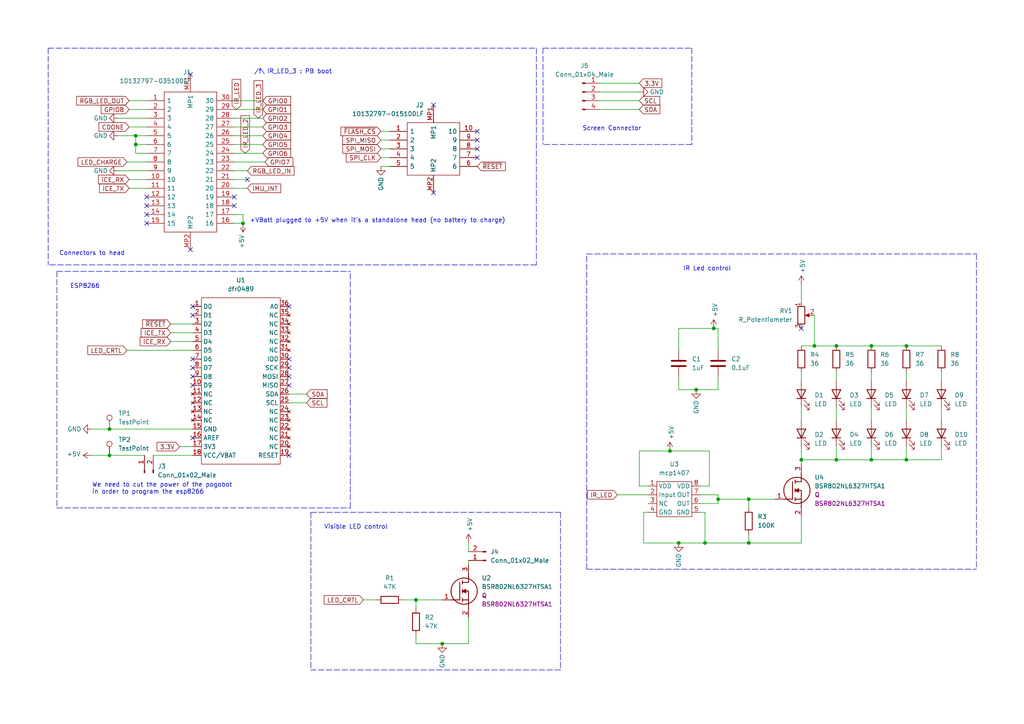
<source format=kicad_sch>
(kicad_sch (version 20211123) (generator eeschema)
  (paper "A4")
  (title_block (title "Pogobot object v0.1"))
  (lib_symbols
    (symbol "10132797-015100LF:10132797-015100LF" (pin_names (offset 0.762))
      (property "Reference" "J" (at 21.59 12.7 0))
      (property "Value" "10132797-015100LF" (at 21.59 10.16 0))
      (symbol "10132797-015100LF_0_0"
        (pin passive line (at 17.78 12.7 270) (length 5.08) (name "1") (number "1"))
        (pin passive line (at 17.78 -12.7 90) (length 5.08) (name "10") (number "10"))
        (pin passive line (at 15.24 12.7 270) (length 5.08) (name "2") (number "2"))
        (pin passive line (at 12.7 12.7 270) (length 5.08) (name "3") (number "3"))
        (pin passive line (at 10.16 12.7 270) (length 5.08) (name "4") (number "4"))
        (pin passive line (at 7.62 12.7 270) (length 5.08) (name "5") (number "5"))
        (pin passive line (at 7.62 -12.7 90) (length 5.08) (name "6") (number "6"))
        (pin passive line (at 10.16 -12.7 90) (length 5.08) (name "7") (number "7"))
        (pin passive line (at 12.7 -12.7 90) (length 5.08) (name "8") (number "8"))
        (pin passive line (at 15.24 -12.7 90) (length 5.08) (name "9") (number "9"))
        (pin passive line (at 25.4 0 180) (length 5.08) (name "MP1") (number "MP1"))
        (pin passive line (at 0 0 0) (length 5.08) (name "MP2") (number "MP2"))
      )
      (symbol "10132797-015100LF_0_1"
        (polyline (pts (xy 5.08 7.62) (xy 20.32 7.62) (xy 20.32 -7.62) (xy 5.08 -7.62) (xy 5.08 7.62)) (stroke (width 0.1524)))
      )
    )
    (symbol "10132797-035100LF:10132797-035100LF" (pin_names (offset 0.762))
      (property "Reference" "J" (at 46.99 12.7 0))
      (property "Value" "10132797-035100LF" (at 46.99 10.16 0))
      (symbol "10132797-035100LF_0_0"
        (pin passive line (at 7.62 -12.7 90) (length 5.08) (name "1") (number "1"))
        (pin passive line (at 30.48 -12.7 90) (length 5.08) (name "10") (number "10"))
        (pin passive line (at 33.02 -12.7 90) (length 5.08) (name "11") (number "11"))
        (pin passive line (at 35.56 -12.7 90) (length 5.08) (name "12") (number "12"))
        (pin passive line (at 38.1 -12.7 90) (length 5.08) (name "13") (number "13"))
        (pin passive line (at 40.64 -12.7 90) (length 5.08) (name "14") (number "14"))
        (pin passive line (at 43.18 -12.7 90) (length 5.08) (name "15") (number "15"))
        (pin passive line (at 43.18 12.7 270) (length 5.08) (name "16") (number "16"))
        (pin passive line (at 40.64 12.7 270) (length 5.08) (name "17") (number "17"))
        (pin passive line (at 38.1 12.7 270) (length 5.08) (name "18") (number "18"))
        (pin passive line (at 35.56 12.7 270) (length 5.08) (name "19") (number "19"))
        (pin passive line (at 10.16 -12.7 90) (length 5.08) (name "2") (number "2"))
        (pin passive line (at 33.02 12.7 270) (length 5.08) (name "20") (number "20"))
        (pin passive line (at 30.48 12.7 270) (length 5.08) (name "21") (number "21"))
        (pin passive line (at 27.94 12.7 270) (length 5.08) (name "22") (number "22"))
        (pin passive line (at 25.4 12.7 270) (length 5.08) (name "23") (number "23"))
        (pin passive line (at 22.86 12.7 270) (length 5.08) (name "24") (number "24"))
        (pin passive line (at 20.32 12.7 270) (length 5.08) (name "25") (number "25"))
        (pin passive line (at 17.78 12.7 270) (length 5.08) (name "26") (number "26"))
        (pin passive line (at 15.24 12.7 270) (length 5.08) (name "27") (number "27"))
        (pin passive line (at 12.7 12.7 270) (length 5.08) (name "28") (number "28"))
        (pin passive line (at 10.16 12.7 270) (length 5.08) (name "29") (number "29"))
        (pin passive line (at 12.7 -12.7 90) (length 5.08) (name "3") (number "3"))
        (pin passive line (at 7.62 12.7 270) (length 5.08) (name "30") (number "30"))
        (pin passive line (at 15.24 -12.7 90) (length 5.08) (name "4") (number "4"))
        (pin passive line (at 17.78 -12.7 90) (length 5.08) (name "5") (number "5"))
        (pin passive line (at 20.32 -12.7 90) (length 5.08) (name "6") (number "6"))
        (pin passive line (at 22.86 -12.7 90) (length 5.08) (name "7") (number "7"))
        (pin passive line (at 25.4 -12.7 90) (length 5.08) (name "8") (number "8"))
        (pin passive line (at 27.94 -12.7 90) (length 5.08) (name "9") (number "9"))
        (pin passive line (at 0 0 0) (length 5.08) (name "MP1") (number "MP1"))
        (pin passive line (at 50.8 0 180) (length 5.08) (name "MP2") (number "MP2"))
      )
      (symbol "10132797-035100LF_0_1"
        (polyline (pts (xy 5.08 7.62) (xy 45.72 7.62) (xy 45.72 -7.62) (xy 5.08 -7.62) (xy 5.08 7.62)) (stroke (width 0.1524)))
      )
    )
    (symbol "Connector:Conn_01x02_Male" (pin_names (offset 1.016) hide)
      (property "Reference" "J" (at 0 2.54 0))
      (property "Value" "Conn_01x02_Male" (at 0 -5.08 0))
      (symbol "Conn_01x02_Male_1_1"
        (polyline (pts (xy 1.27 -2.54) (xy 0.8636 -2.54)) (stroke (width 0.1524)))
        (polyline (pts (xy 1.27 0) (xy 0.8636 0)) (stroke (width 0.1524)))
        (rectangle (start 0.8636 -2.413) (end 0 -2.667) (stroke (width 0.1524)) (fill (type outline)))
        (rectangle (start 0.8636 0.127) (end 0 -0.127) (stroke (width 0.1524)) (fill (type outline)))
        (pin passive line (at 5.08 0 180) (length 3.81) (name "Pin_1") (number "1"))
        (pin passive line (at 5.08 -2.54 180) (length 3.81) (name "Pin_2") (number "2"))
      )
    )
    (symbol "Connector:Conn_01x04_Male" (pin_names (offset 1.016) hide)
      (property "Reference" "J" (at 0 5.08 0))
      (property "Value" "Conn_01x04_Male" (at 0 -7.62 0))
      (symbol "Conn_01x04_Male_1_1"
        (polyline (pts (xy 1.27 -5.08) (xy 0.8636 -5.08)) (stroke (width 0.1524)))
        (polyline (pts (xy 1.27 -2.54) (xy 0.8636 -2.54)) (stroke (width 0.1524)))
        (polyline (pts (xy 1.27 0) (xy 0.8636 0)) (stroke (width 0.1524)))
        (polyline (pts (xy 1.27 2.54) (xy 0.8636 2.54)) (stroke (width 0.1524)))
        (rectangle (start 0.8636 -4.953) (end 0 -5.207) (stroke (width 0.1524)) (fill (type outline)))
        (rectangle (start 0.8636 -2.413) (end 0 -2.667) (stroke (width 0.1524)) (fill (type outline)))
        (rectangle (start 0.8636 0.127) (end 0 -0.127) (stroke (width 0.1524)) (fill (type outline)))
        (rectangle (start 0.8636 2.667) (end 0 2.413) (stroke (width 0.1524)) (fill (type outline)))
        (pin passive line (at 5.08 2.54 180) (length 3.81) (name "Pin_1") (number "1"))
        (pin passive line (at 5.08 0 180) (length 3.81) (name "Pin_2") (number "2"))
        (pin passive line (at 5.08 -2.54 180) (length 3.81) (name "Pin_3") (number "3"))
        (pin passive line (at 5.08 -5.08 180) (length 3.81) (name "Pin_4") (number "4"))
      )
    )
    (symbol "Connector:TestPoint" (pin_numbers hide) (pin_names (offset 0.762) hide)
      (property "Reference" "TP" (at 0 6.858 0))
      (property "Value" "TestPoint" (at 0 5.08 0))
      (symbol "TestPoint_0_1"
        (circle (center 0 3.302) (radius 0.762))
      )
      (symbol "TestPoint_1_1"
        (pin passive line (at 0 0 90) (length 2.54) (name "1") (number "1"))
      )
    )
    (symbol "DFR:dfr0489"
      (property "Reference" "U" (at 0 0 0))
      (property "Value" "dfr0489" (at 0 2.54 0))
      (symbol "dfr0489_0_1"
        (rectangle (start -12.7 22.86) (end 10.16 -25.4))
      )
      (symbol "dfr0489_1_1"
        (pin bidirectional line (at -15.24 20.32 0) (length 2.54) (name "D0") (number "1"))
        (pin bidirectional line (at -15.24 -2.54 0) (length 2.54) (name "D9") (number "10"))
        (pin no_connect line (at -15.24 -5.08 0) (length 2.54) (name "NC") (number "11"))
        (pin no_connect line (at -15.24 -7.62 0) (length 2.54) (name "NC") (number "12"))
        (pin no_connect line (at -15.24 -10.16 0) (length 2.54) (name "NC") (number "13"))
        (pin no_connect line (at -15.24 -12.7 0) (length 2.54) (name "NC") (number "14"))
        (pin power_in line (at -15.24 -15.24 0) (length 2.54) (name "GND") (number "15"))
        (pin input line (at -15.24 -17.78 0) (length 2.54) (name "AREF") (number "16"))
        (pin power_out line (at -15.24 -20.32 0) (length 2.54) (name "3V3") (number "17"))
        (pin power_out line (at -15.24 -22.86 0) (length 2.54) (name "VCC/VBAT") (number "18"))
        (pin bidirectional line (at 12.7 -22.86 180) (length 2.54) (name "RESET") (number "19"))
        (pin bidirectional line (at -15.24 17.78 0) (length 2.54) (name "D1") (number "2"))
        (pin no_connect line (at 12.7 -20.32 180) (length 2.54) (name "NC") (number "20"))
        (pin no_connect line (at 12.7 -17.78 180) (length 2.54) (name "NC") (number "21"))
        (pin no_connect line (at 12.7 -15.24 180) (length 2.54) (name "NC") (number "22"))
        (pin no_connect line (at 12.7 -12.7 180) (length 2.54) (name "NC") (number "23"))
        (pin no_connect line (at 12.7 -10.16 180) (length 2.54) (name "NC") (number "24"))
        (pin bidirectional line (at 12.7 -7.62 180) (length 2.54) (name "SCL") (number "25"))
        (pin bidirectional line (at 12.7 -5.08 180) (length 2.54) (name "SDA") (number "26"))
        (pin bidirectional line (at 12.7 -2.54 180) (length 2.54) (name "MISO") (number "27"))
        (pin bidirectional line (at 12.7 0 180) (length 2.54) (name "MOSI") (number "28"))
        (pin bidirectional line (at 12.7 2.54 180) (length 2.54) (name "SCK") (number "29"))
        (pin bidirectional line (at -15.24 15.24 0) (length 2.54) (name "D2") (number "3"))
        (pin bidirectional line (at 12.7 5.08 180) (length 2.54) (name "IO0") (number "30"))
        (pin no_connect line (at 12.7 7.62 180) (length 2.54) (name "NC") (number "31"))
        (pin no_connect line (at 12.7 10.16 180) (length 2.54) (name "NC") (number "32"))
        (pin no_connect line (at 12.7 12.7 180) (length 2.54) (name "NC") (number "33"))
        (pin no_connect line (at 12.7 15.24 180) (length 2.54) (name "NC") (number "34"))
        (pin no_connect line (at 12.7 17.78 180) (length 2.54) (name "NC") (number "35"))
        (pin input line (at 12.7 20.32 180) (length 2.54) (name "A0") (number "36"))
        (pin bidirectional line (at -15.24 12.7 0) (length 2.54) (name "D3") (number "4"))
        (pin bidirectional line (at -15.24 10.16 0) (length 2.54) (name "D4") (number "5"))
        (pin bidirectional line (at -15.24 7.62 0) (length 2.54) (name "D5") (number "6"))
        (pin bidirectional line (at -15.24 5.08 0) (length 2.54) (name "D6") (number "7"))
        (pin bidirectional line (at -15.24 2.54 0) (length 2.54) (name "D7") (number "8"))
        (pin bidirectional line (at -15.24 0 0) (length 2.54) (name "D8") (number "9"))
      )
    )
    (symbol "Device:C" (pin_numbers hide) (pin_names (offset 0.254))
      (property "Reference" "C" (at 0.635 2.54 0))
      (property "Value" "C" (at 0.635 -2.54 0))
      (symbol "C_0_1"
        (polyline (pts (xy -2.032 -0.762) (xy 2.032 -0.762)) (stroke (width 0.508)))
        (polyline (pts (xy -2.032 0.762) (xy 2.032 0.762)) (stroke (width 0.508)))
      )
      (symbol "C_1_1"
        (pin passive line (at 0 3.81 270) (length 2.794) (name "~") (number "1"))
        (pin passive line (at 0 -3.81 90) (length 2.794) (name "~") (number "2"))
      )
    )
    (symbol "Device:LED" (pin_numbers hide) (pin_names (offset 1.016) hide)
      (property "Reference" "D" (at 0 2.54 0))
      (property "Value" "LED" (at 0 -2.54 0))
      (symbol "LED_0_1"
        (polyline (pts (xy -1.27 -1.27) (xy -1.27 1.27)) (stroke (width 0.254)))
        (polyline (pts (xy -1.27 0) (xy 1.27 0)))
        (polyline (pts (xy 1.27 -1.27) (xy 1.27 1.27) (xy -1.27 0) (xy 1.27 -1.27)) (stroke (width 0.254)))
        (polyline (pts (xy -3.048 -0.762) (xy -4.572 -2.286) (xy -3.81 -2.286) (xy -4.572 -2.286) (xy -4.572 -1.524)))
        (polyline (pts (xy -1.778 -0.762) (xy -3.302 -2.286) (xy -2.54 -2.286) (xy -3.302 -2.286) (xy -3.302 -1.524)))
      )
      (symbol "LED_1_1"
        (pin passive line (at -3.81 0 0) (length 2.54) (name "K") (number "1"))
        (pin passive line (at 3.81 0 180) (length 2.54) (name "A") (number "2"))
      )
    )
    (symbol "Device:R" (pin_numbers hide) (pin_names (offset 0))
      (property "Reference" "R" (at 2.032 0 90))
      (property "Value" "R" (at 0 0 90))
      (symbol "R_0_1"
        (rectangle (start -1.016 -2.54) (end 1.016 2.54) (stroke (width 0.254)))
      )
      (symbol "R_1_1"
        (pin passive line (at 0 3.81 270) (length 1.27) (name "~") (number "1"))
        (pin passive line (at 0 -3.81 90) (length 1.27) (name "~") (number "2"))
      )
    )
    (symbol "Device:R_Potentiometer" (pin_names (offset 1.016) hide)
      (property "Reference" "RV" (at -4.445 0 90))
      (property "Value" "R_Potentiometer" (at -2.54 0 90))
      (symbol "R_Potentiometer_0_1"
        (polyline (pts (xy 2.54 0) (xy 1.524 0)))
        (polyline (pts (xy 1.143 0) (xy 2.286 0.508) (xy 2.286 -0.508) (xy 1.143 0)) (fill (type outline)))
        (rectangle (start 1.016 2.54) (end -1.016 -2.54) (stroke (width 0.254)))
      )
      (symbol "R_Potentiometer_1_1"
        (pin passive line (at 0 3.81 270) (length 1.27) (name "1") (number "1"))
        (pin passive line (at 3.81 0 180) (length 1.27) (name "2") (number "2"))
        (pin passive line (at 0 -3.81 90) (length 1.27) (name "3") (number "3"))
      )
    )
    (symbol "bsr802:BSR802NL6327HTSA1" (pin_names hide)
      (property "Value" "BSR802NL6327HTSA1" (at 0 0 0))
      (property "Reference_1" "Q" (at 11.43 3.81 0))
      (property "Value_1" "BSR802NL6327HTSA1" (at 11.43 1.27 0))
      (symbol "BSR802NL6327HTSA1_1_1"
        (polyline (pts (xy 2.54 0) (xy 5.08 0)) (stroke (width 0.254)))
        (polyline (pts (xy 5.08 5.08) (xy 5.08 0)) (stroke (width 0.254)))
        (polyline (pts (xy 5.842 -0.508) (xy 5.842 0.508)) (stroke (width 0.254)))
        (polyline (pts (xy 5.842 0) (xy 7.62 0)) (stroke (width 0.254)))
        (polyline (pts (xy 5.842 2.032) (xy 5.842 3.048)) (stroke (width 0.254)))
        (polyline (pts (xy 5.842 5.588) (xy 5.842 4.572)) (stroke (width 0.254)))
        (polyline (pts (xy 7.62 2.54) (xy 5.842 2.54)) (stroke (width 0.254)))
        (polyline (pts (xy 7.62 2.54) (xy 7.62 -2.54)) (stroke (width 0.254)))
        (polyline (pts (xy 7.62 5.08) (xy 5.842 5.08)) (stroke (width 0.254)))
        (polyline (pts (xy 7.62 5.08) (xy 7.62 7.62)) (stroke (width 0.254)))
        (polyline (pts (xy 5.842 2.54) (xy 6.858 3.048) (xy 6.858 2.032) (xy 5.842 2.54)) (stroke (width 0.254)) (fill (type outline)))
        (circle (center 6.35 2.54) (radius 3.81) (stroke (width 0.254)))
        (pin passive line (at 0 0 0) (length 2.54) (name "G") (number "1"))
        (pin passive line (at 7.62 -5.08 90) (length 2.54) (name "S") (number "2"))
        (pin passive line (at 7.62 10.16 270) (length 2.54) (name "D") (number "3"))
      )
    )
    (symbol "mcp1406-07:mcp1407"
      (property "Reference" "U?" (at 0 5.08 0))
      (property "Value" "mcp1407" (at 0 2.54 0))
      (symbol "mcp1407_0_1"
        (rectangle (start -5.08 0) (end 5.08 -10.16))
      )
      (symbol "mcp1407_1_1"
        (pin input line (at -7.62 -1.27 0) (length 2.54) (name "VDD") (number "1"))
        (pin input line (at -7.62 -3.81 0) (length 2.54) (name "Input") (number "2"))
        (pin free line (at -7.62 -6.35 0) (length 2.54) (name "NC") (number "3"))
        (pin output line (at -7.62 -8.89 0) (length 2.54) (name "GND") (number "4"))
        (pin output line (at 7.62 -8.89 180) (length 2.54) (name "GND") (number "5"))
        (pin output line (at 7.62 -6.35 180) (length 2.54) (name "OUT") (number "6"))
        (pin output line (at 7.62 -3.81 180) (length 2.54) (name "OUT") (number "7"))
        (pin input line (at 7.62 -1.27 180) (length 2.54) (name "VDD") (number "8"))
      )
    )
    (symbol "power:+5V" (power) (pin_names (offset 0))
      (property "Value" "+5V" (at 0 3.556 0))
      (symbol "+5V_0_1"
        (polyline (pts (xy -0.762 1.27) (xy 0 2.54)))
        (polyline (pts (xy 0 0) (xy 0 2.54)))
        (polyline (pts (xy 0 2.54) (xy 0.762 1.27)))
      )
      (symbol "+5V_1_1"
        (pin power_in line (at 0 0 90) (length 0) hide (name "+5V") (number "1"))
      )
    )
    (symbol "power:GND" (power) (pin_names (offset 0))
      (property "Value" "GND" (at 0 -3.81 0))
      (symbol "GND_0_1"
        (polyline (pts (xy 0 0) (xy 0 -1.27) (xy 1.27 -1.27) (xy 0 -2.54) (xy -1.27 -1.27) (xy 0 -1.27)))
      )
      (symbol "GND_1_1"
        (pin power_in line (at 0 0 270) (length 0) hide (name "GND") (number "1"))
      )
    )
  )
  (junction (at 236.22 100.33))
  (junction (at 262.89 100.33))
  (junction (at 242.57 100.33))
  (junction (at 204.47 157.48))
  (junction (at 207.01 95.25))
  (junction (at 39.37 41.91))
  (junction (at 31.75 132.08))
  (junction (at 196.85 157.48))
  (junction (at 31.75 124.46))
  (junction (at 201.93 113.03))
  (junction (at 217.17 157.48))
  (junction (at 232.41 133.35))
  (junction (at 39.37 39.37))
  (junction (at 262.89 133.35))
  (junction (at 208.28 144.78))
  (junction (at 252.73 100.33))
  (junction (at 120.65 173.99))
  (junction (at 70.485 64.77))
  (junction (at 242.57 133.35))
  (junction (at 194.31 130.81))
  (junction (at 217.17 144.78))
  (junction (at 128.27 186.69))
  (junction (at 252.73 133.35))
  (no_connect (at 55.88 88.9))
  (no_connect (at 83.82 106.68))
  (no_connect (at 83.82 88.9))
  (no_connect (at 55.88 91.44))
  (no_connect (at 55.88 109.22))
  (no_connect (at 42.545 64.77))
  (no_connect (at 138.43 45.72))
  (no_connect (at 55.88 106.68))
  (no_connect (at 138.43 38.1))
  (no_connect (at 138.43 43.18))
  (no_connect (at 67.945 59.69))
  (no_connect (at 55.88 127))
  (no_connect (at 125.73 55.88))
  (no_connect (at 138.43 40.64))
  (no_connect (at 42.545 57.15))
  (no_connect (at 55.88 111.76))
  (no_connect (at 42.545 59.69))
  (no_connect (at 55.245 72.39))
  (no_connect (at 83.82 109.22))
  (no_connect (at 55.88 104.14))
  (no_connect (at 232.41 95.25))
  (no_connect (at 55.245 21.59))
  (no_connect (at 42.545 62.23))
  (no_connect (at 125.73 30.48))
  (no_connect (at 83.82 132.08))
  (no_connect (at 83.82 111.76))
  (no_connect (at 71.755 52.07))
  (no_connect (at 83.82 104.14))
  (no_connect (at 67.945 57.15))
  (wire (pts (xy 252.73 118.11) (xy 252.73 121.92)))
  (wire (pts (xy 187.96 148.59) (xy 186.69 148.59)))
  (wire (pts (xy 232.41 82.55) (xy 232.41 87.63)))
  (wire (pts (xy 120.65 184.15) (xy 120.65 186.69)))
  (wire (pts (xy 232.41 157.48) (xy 217.17 157.48)))
  (polyline (pts (xy 170.18 73.66) (xy 283.21 73.66)))
  (wire (pts (xy 232.41 129.54) (xy 232.41 133.35)))
  (wire (pts (xy 208.28 144.78) (xy 217.17 144.78)))
  (wire (pts (xy 76.2 31.75) (xy 67.945 31.75)))
  (wire (pts (xy 217.17 157.48) (xy 204.47 157.48)))
  (wire (pts (xy 135.89 157.48) (xy 135.89 160.02)))
  (wire (pts (xy 70.485 64.77) (xy 67.945 64.77)))
  (polyline (pts (xy 90.17 148.59) (xy 162.56 148.59)))
  (wire (pts (xy 208.28 101.6) (xy 208.28 95.25)))
  (wire (pts (xy 236.22 100.33) (xy 242.57 100.33)))
  (wire (pts (xy 83.82 114.3) (xy 88.9 114.3)))
  (polyline (pts (xy 155.575 13.97) (xy 155.575 76.835)))
  (wire (pts (xy 37.465 36.83) (xy 42.545 36.83)))
  (polyline (pts (xy 16.51 78.74) (xy 101.6 78.74)))
  (wire (pts (xy 185.42 130.81) (xy 194.31 130.81)))
  (wire (pts (xy 173.99 29.21) (xy 185.42 29.21)))
  (wire (pts (xy 252.73 133.35) (xy 262.89 133.35)))
  (wire (pts (xy 42.545 41.91) (xy 39.37 41.91)))
  (wire (pts (xy 76.2 39.37) (xy 67.945 39.37)))
  (polyline (pts (xy 200.66 13.97) (xy 200.66 41.91)))
  (wire (pts (xy 39.37 41.91) (xy 39.37 39.37)))
  (wire (pts (xy 252.73 129.54) (xy 252.73 133.35)))
  (wire (pts (xy 76.835 46.99) (xy 67.945 46.99)))
  (wire (pts (xy 76.2 36.83) (xy 67.945 36.83)))
  (wire (pts (xy 71.755 49.53) (xy 67.945 49.53)))
  (wire (pts (xy 110.49 43.18) (xy 113.03 43.18)))
  (wire (pts (xy 232.41 118.11) (xy 232.41 121.92)))
  (wire (pts (xy 252.73 100.33) (xy 262.89 100.33)))
  (wire (pts (xy 34.29 39.37) (xy 39.37 39.37)))
  (wire (pts (xy 37.465 52.07) (xy 42.545 52.07)))
  (wire (pts (xy 34.29 34.29) (xy 42.545 34.29)))
  (wire (pts (xy 262.89 129.54) (xy 262.89 133.35)))
  (wire (pts (xy 105.41 173.99) (xy 109.22 173.99)))
  (wire (pts (xy 173.99 24.13) (xy 185.42 24.13)))
  (wire (pts (xy 242.57 107.95) (xy 242.57 110.49)))
  (polyline (pts (xy 170.18 165.1) (xy 283.21 165.1)))
  (wire (pts (xy 70.485 62.23) (xy 67.945 62.23)))
  (wire (pts (xy 273.05 133.35) (xy 262.89 133.35)))
  (wire (pts (xy 110.49 38.1) (xy 113.03 38.1)))
  (wire (pts (xy 208.28 95.25) (xy 207.01 95.25)))
  (wire (pts (xy 116.84 173.99) (xy 120.65 173.99)))
  (wire (pts (xy 26.67 132.08) (xy 31.75 132.08)))
  (wire (pts (xy 242.57 133.35) (xy 252.73 133.35)))
  (wire (pts (xy 205.74 140.97) (xy 205.74 130.81)))
  (polyline (pts (xy 155.575 76.835) (xy 13.97 76.835)))
  (wire (pts (xy 110.49 48.26) (xy 113.03 48.26)))
  (wire (pts (xy 232.41 149.86) (xy 232.41 157.48)))
  (wire (pts (xy 31.75 124.46) (xy 55.88 124.46)))
  (wire (pts (xy 135.89 186.69) (xy 128.27 186.69)))
  (wire (pts (xy 208.28 109.22) (xy 208.28 113.03)))
  (wire (pts (xy 208.28 143.51) (xy 208.28 144.78)))
  (wire (pts (xy 204.47 157.48) (xy 196.85 157.48)))
  (wire (pts (xy 204.47 148.59) (xy 204.47 157.48)))
  (wire (pts (xy 236.22 91.44) (xy 236.22 100.33)))
  (wire (pts (xy 196.85 113.03) (xy 201.93 113.03)))
  (wire (pts (xy 173.99 31.75) (xy 185.42 31.75)))
  (wire (pts (xy 194.31 130.81) (xy 205.74 130.81)))
  (wire (pts (xy 196.85 109.22) (xy 196.85 113.03)))
  (wire (pts (xy 110.49 40.64) (xy 113.03 40.64)))
  (wire (pts (xy 71.755 52.07) (xy 67.945 52.07)))
  (wire (pts (xy 186.69 157.48) (xy 196.85 157.48)))
  (wire (pts (xy 242.57 129.54) (xy 242.57 133.35)))
  (wire (pts (xy 76.2 29.21) (xy 67.945 29.21)))
  (polyline (pts (xy 101.6 147.32) (xy 101.6 78.74)))
  (wire (pts (xy 217.17 144.78) (xy 217.17 147.32)))
  (wire (pts (xy 37.465 29.21) (xy 42.545 29.21)))
  (wire (pts (xy 262.89 118.11) (xy 262.89 121.92)))
  (wire (pts (xy 242.57 100.33) (xy 252.73 100.33)))
  (wire (pts (xy 203.2 148.59) (xy 204.47 148.59)))
  (wire (pts (xy 232.41 133.35) (xy 232.41 134.62)))
  (wire (pts (xy 71.755 54.61) (xy 67.945 54.61)))
  (wire (pts (xy 208.28 113.03) (xy 201.93 113.03)))
  (wire (pts (xy 217.17 154.94) (xy 217.17 157.48)))
  (wire (pts (xy 203.2 146.05) (xy 208.28 146.05)))
  (wire (pts (xy 37.465 31.75) (xy 42.545 31.75)))
  (wire (pts (xy 70.485 62.23) (xy 70.485 64.77)))
  (wire (pts (xy 135.89 179.07) (xy 135.89 186.69)))
  (wire (pts (xy 120.65 173.99) (xy 120.65 176.53)))
  (wire (pts (xy 49.53 93.98) (xy 55.88 93.98)))
  (polyline (pts (xy 16.51 147.32) (xy 101.6 147.32)))
  (wire (pts (xy 262.89 107.95) (xy 262.89 110.49)))
  (wire (pts (xy 232.41 100.33) (xy 236.22 100.33)))
  (wire (pts (xy 110.49 45.72) (xy 113.03 45.72)))
  (wire (pts (xy 252.73 107.95) (xy 252.73 110.49)))
  (wire (pts (xy 31.75 132.08) (xy 41.91 132.08)))
  (wire (pts (xy 273.05 129.54) (xy 273.05 133.35)))
  (wire (pts (xy 196.85 95.25) (xy 207.01 95.25)))
  (wire (pts (xy 186.69 148.59) (xy 186.69 157.48)))
  (polyline (pts (xy 162.56 194.31) (xy 90.17 194.31)))
  (wire (pts (xy 273.05 118.11) (xy 273.05 121.92)))
  (wire (pts (xy 242.57 118.11) (xy 242.57 121.92)))
  (polyline (pts (xy 283.21 73.66) (xy 283.21 165.1)))
  (wire (pts (xy 83.82 116.84) (xy 88.9 116.84)))
  (wire (pts (xy 42.545 44.45) (xy 39.37 44.45)))
  (polyline (pts (xy 16.51 78.74) (xy 16.51 147.32)))
  (wire (pts (xy 49.53 96.52) (xy 55.88 96.52)))
  (polyline (pts (xy 162.56 148.59) (xy 162.56 194.31)))
  (wire (pts (xy 179.07 143.51) (xy 187.96 143.51)))
  (wire (pts (xy 208.28 146.05) (xy 208.28 144.78)))
  (wire (pts (xy 52.07 129.54) (xy 55.88 129.54)))
  (wire (pts (xy 26.67 124.46) (xy 31.75 124.46)))
  (polyline (pts (xy 13.97 13.97) (xy 155.575 13.97)))
  (wire (pts (xy 173.99 26.67) (xy 185.42 26.67)))
  (polyline (pts (xy 157.48 13.97) (xy 200.66 13.97)))
  (wire (pts (xy 39.37 44.45) (xy 39.37 41.91)))
  (wire (pts (xy 44.45 132.08) (xy 55.88 132.08)))
  (wire (pts (xy 196.85 95.25) (xy 196.85 101.6)))
  (polyline (pts (xy 157.48 13.97) (xy 157.48 41.91)))
  (wire (pts (xy 76.2 44.45) (xy 67.945 44.45)))
  (wire (pts (xy 120.65 173.99) (xy 128.27 173.99)))
  (wire (pts (xy 232.41 107.95) (xy 232.41 110.49)))
  (wire (pts (xy 217.17 144.78) (xy 224.79 144.78)))
  (polyline (pts (xy 170.18 165.1) (xy 170.18 73.66)))
  (wire (pts (xy 76.2 41.91) (xy 67.945 41.91)))
  (wire (pts (xy 49.53 99.06) (xy 55.88 99.06)))
  (wire (pts (xy 232.41 133.35) (xy 242.57 133.35)))
  (wire (pts (xy 39.37 39.37) (xy 42.545 39.37)))
  (wire (pts (xy 135.89 162.56) (xy 135.89 163.83)))
  (polyline (pts (xy 90.17 148.59) (xy 90.17 194.31)))
  (wire (pts (xy 36.83 101.6) (xy 55.88 101.6)))
  (wire (pts (xy 34.29 49.53) (xy 42.545 49.53)))
  (wire (pts (xy 203.2 140.97) (xy 205.74 140.97)))
  (wire (pts (xy 185.42 140.97) (xy 187.96 140.97)))
  (polyline (pts (xy 200.66 41.91) (xy 157.48 41.91)))
  (wire (pts (xy 185.42 140.97) (xy 185.42 130.81)))
  (polyline (pts (xy 13.97 13.97) (xy 13.97 76.835)))
  (wire (pts (xy 37.465 54.61) (xy 42.545 54.61)))
  (wire (pts (xy 262.89 100.33) (xy 273.05 100.33)))
  (wire (pts (xy 128.27 186.69) (xy 120.65 186.69)))
  (wire (pts (xy 36.83 46.99) (xy 42.545 46.99)))
  (wire (pts (xy 76.2 34.29) (xy 67.945 34.29)))
  (wire (pts (xy 203.2 143.51) (xy 208.28 143.51)))
  (wire (pts (xy 273.05 107.95) (xy 273.05 110.49)))
  (text "Connectors to head" (at 17.145 74.295 0) (effects (font (size 1.27 1.27)) (justify left bottom)))
  (text "Screen Connector\n" (at 168.91 38.1 0) (effects (font (size 1.27 1.27)) (justify left bottom)))
  (text "IR Led control" (at 198.12 78.74 0) (effects (font (size 1.27 1.27)) (justify left bottom)))
  (text "/!\\ IR_LED_3 : PB boot  " (at 73.66 21.59 0) (effects (font (size 1.27 1.27)) (justify left bottom)))
  (text "We need to cut the power of the pogobot \nin order to program the esp8266" (at 26.67 143.51 0) (effects (font (size 1.27 1.27)) (justify left bottom)))
  (text "Visible LED control\n" (at 93.98 153.67 0) (effects (font (size 1.27 1.27)) (justify left bottom)))
  (text "ESP8266\n" (at 20.32 83.82 0) (effects (font (size 1.27 1.27)) (justify left bottom)))
  (text "+VBatt plugged to +5V when it's a standalone head (no battery to charge)" (at 72.39 64.77 0) (effects (font (size 1.27 1.27)) (justify left bottom)))
  (global_label "SDA" (shape input) (at 88.9 114.3 0) (property "Références Inter-Feuilles" "${INTERSHEET_REFS}" (effects hide)))
  (global_label "3.3V" (shape input) (at 52.07 129.54 180) (property "Références Inter-Feuilles" "${INTERSHEET_REFS}" (effects hide)))
  (global_label "SCL" (shape input) (at 88.9 116.84 0) (property "Références Inter-Feuilles" "${INTERSHEET_REFS}" (effects hide)))
  (global_label "~{RESET}" (shape input) (at 138.43 48.26 0) (property "Références Inter-Feuilles" "${INTERSHEET_REFS}" (effects hide)))
  (global_label "LED_CRTL" (shape input) (at 105.41 173.99 180) (property "Références Inter-Feuilles" "${INTERSHEET_REFS}" (effects hide)))
  (global_label "SDA" (shape input) (at 185.42 31.75 0) (property "Références Inter-Feuilles" "${INTERSHEET_REFS}" (effects hide)))
  (global_label "GPIO7" (shape input) (at 76.835 46.99 0) (property "Références Inter-Feuilles" "${INTERSHEET_REFS}" (effects hide)))
  (global_label "SCL" (shape input) (at 185.42 29.21 0) (property "Références Inter-Feuilles" "${INTERSHEET_REFS}" (effects hide)))
  (global_label "IMU_INT" (shape input) (at 71.755 54.61 0) (property "Références Inter-Feuilles" "${INTERSHEET_REFS}" (effects hide)))
  (global_label "iCE_TX" (shape input) (at 37.465 54.61 180) (property "Références Inter-Feuilles" "${INTERSHEET_REFS}" (effects hide)))
  (global_label "SPI_MISO" (shape input) (at 110.49 40.64 180) (property "Références Inter-Feuilles" "${INTERSHEET_REFS}" (effects hide)))
  (global_label "GPIO8" (shape input) (at 37.465 31.75 180) (property "Références Inter-Feuilles" "${INTERSHEET_REFS}" (effects hide)))
  (global_label "CDONE" (shape input) (at 37.465 36.83 180) (property "Références Inter-Feuilles" "${INTERSHEET_REFS}" (effects hide)))
  (global_label "GPIO3" (shape input) (at 76.2 36.83 0) (property "Références Inter-Feuilles" "${INTERSHEET_REFS}" (effects hide)))
  (global_label "3.3V" (shape input) (at 185.42 24.13 0) (property "Références Inter-Feuilles" "${INTERSHEET_REFS}" (effects hide)))
  (global_label "RGB_LED_IN" (shape input) (at 71.755 49.53 0) (property "Références Inter-Feuilles" "${INTERSHEET_REFS}" (effects hide)))
  (global_label "GPIO0" (shape input) (at 76.2 29.21 0) (property "Références Inter-Feuilles" "${INTERSHEET_REFS}" (effects hide)))
  (global_label "~{FLASH_CS}" (shape input) (at 110.49 38.1 180) (property "Références Inter-Feuilles" "${INTERSHEET_REFS}" (effects hide)))
  (global_label "iCE_RX" (shape input) (at 37.465 52.07 180) (property "Références Inter-Feuilles" "${INTERSHEET_REFS}" (effects hide)))
  (global_label "GPIO6" (shape input) (at 76.2 44.45 0) (property "Références Inter-Feuilles" "${INTERSHEET_REFS}" (effects hide)))
  (global_label "GPIO2" (shape input) (at 76.2 34.29 0) (property "Références Inter-Feuilles" "${INTERSHEET_REFS}" (effects hide)))
  (global_label "SPI_MOSI" (shape input) (at 110.49 43.18 180) (property "Références Inter-Feuilles" "${INTERSHEET_REFS}" (effects hide)))
  (global_label "iCE_TX" (shape input) (at 49.53 96.52 180) (property "Références Inter-Feuilles" "${INTERSHEET_REFS}" (effects hide)))
  (global_label "GPIO4" (shape input) (at 76.2 39.37 0) (property "Références Inter-Feuilles" "${INTERSHEET_REFS}" (effects hide)))
  (global_label "LED_CHARGE" (shape input) (at 36.83 46.99 180) (property "Références Inter-Feuilles" "${INTERSHEET_REFS}" (effects hide)))
  (global_label "iCE_RX" (shape input) (at 49.53 99.06 180) (property "Références Inter-Feuilles" "${INTERSHEET_REFS}" (effects hide)))
  (global_label "LED_CRTL" (shape input) (at 36.83 101.6 180) (property "Références Inter-Feuilles" "${INTERSHEET_REFS}" (effects hide)))
  (global_label "IR_LED_3" (shape input) (at 74.93 34.29 90) (property "Références Inter-Feuilles" "${INTERSHEET_REFS}" (effects hide)))
  (global_label "GPIO1" (shape input) (at 76.2 31.75 0) (property "Références Inter-Feuilles" "${INTERSHEET_REFS}" (effects hide)))
  (global_label "IR_LED" (shape input) (at 68.58 31.75 90) (property "Références Inter-Feuilles" "${INTERSHEET_REFS}" (effects hide)))
  (global_label "RGB_LED_OUT" (shape input) (at 37.465 29.21 180) (property "Références Inter-Feuilles" "${INTERSHEET_REFS}" (effects hide)))
  (global_label "~{RESET}" (shape input) (at 49.53 93.98 180) (property "Références Inter-Feuilles" "${INTERSHEET_REFS}" (effects hide)))
  (global_label "GPIO5" (shape input) (at 76.2 41.91 0) (property "Références Inter-Feuilles" "${INTERSHEET_REFS}" (effects hide)))
  (global_label "IR_LED_2" (shape input) (at 71.12 44.45 90) (property "Références Inter-Feuilles" "${INTERSHEET_REFS}" (effects hide)))
  (global_label "SPI_CLK" (shape input) (at 110.49 45.72 180) (property "Références Inter-Feuilles" "${INTERSHEET_REFS}" (effects hide)))
  (global_label "IR_LED" (shape input) (at 179.07 143.51 180) (property "Références Inter-Feuilles" "${INTERSHEET_REFS}" (effects hide)))
  (symbol (lib_id "Device:R") (at 262.89 104.14 0) (unit 1)
    (property "Reference" "R7" (at 265.43 102.8699 0) (effects (justify left)))
    (property "Value" "36" (at 265.43 105.4099 0) (effects (justify left)))
    (property "Footprint" "Resistor_SMD:R_0805_2012Metric_Pad1.20x1.40mm_HandSolder" (effects hide))
  )
  (symbol (lib_id "power:+5V") (at 70.485 64.77 180) (unit 1)
    (property "Reference" "#PWR04" (effects hide))
    (property "Value" "+5V" (at 70.104 68.0212 90) (effects (justify left)))
  )
  (symbol (lib_id "Connector:Conn_01x02_Male") (at 140.97 162.56 180) (unit 1)
    (property "Reference" "J4" (at 142.24 160.0199 0) (effects (justify right)))
    (property "Value" "Conn_01x02_Male" (at 142.24 162.5599 0) (effects (justify right)))
    (property "Footprint" "Connector_PinHeader_2.54mm:PinHeader_1x02_P2.54mm_Vertical" (effects hide))
  )
  (symbol (lib_id "power:GND") (at 110.49 48.26 0) (mirror y) (unit 1)
    (property "Reference" "#PWR05" (effects hide))
    (property "Value" "GND" (at 110.49 53.34 90))
  )
  (symbol (lib_id "Device:R") (at 113.03 173.99 90) (unit 1)
    (property "Reference" "R1" (at 113.03 167.64 90))
    (property "Value" "47K" (at 113.03 170.18 90))
    (property "Footprint" "Resistor_SMD:R_0805_2012Metric_Pad1.20x1.40mm_HandSolder" (effects hide))
  )
  (symbol (lib_id "Device:R") (at 273.05 104.14 0) (unit 1)
    (property "Reference" "R8" (at 275.59 102.8699 0) (effects (justify left)))
    (property "Value" "36" (at 275.59 105.4099 0) (effects (justify left)))
    (property "Footprint" "Resistor_SMD:R_0805_2012Metric_Pad1.20x1.40mm_HandSolder" (effects hide))
  )
  (symbol (lib_id "power:GND") (at 26.67 124.46 270) (mirror x) (unit 1)
    (property "Reference" "#PWR06" (effects hide))
    (property "Value" "GND" (at 21.59 124.46 90))
  )
  (symbol (lib_id "DFR:dfr0489") (at 71.12 109.22 0) (unit 1)
    (property "Reference" "U1" (at 69.85 81.28 0))
    (property "Value" "dfr0489" (at 69.85 83.82 0))
    (property "Footprint" "Footprints:dfr0489" (effects hide))
  )
  (symbol (lib_id "Device:LED") (at 262.89 125.73 90) (unit 1)
    (property "Reference" "D8" (at 266.7 126.0474 90) (effects (justify right)))
    (property "Value" "LED" (at 266.7 128.5874 90) (effects (justify right)))
    (property "Footprint" "Diode_THT:D_A-405_P2.54mm_Vertical_AnodeUp" (effects hide))
  )
  (symbol (lib_id "10132797-035100LF:10132797-035100LF") (at 55.245 21.59 270) (unit 1)
    (property "Reference" "J1" (at 55.4737 20.955 90) (effects (justify right)))
    (property "Value" "10132797-035100LF" (at 55.4737 23.495 90) (effects (justify right)))
    (property "Footprint" "Footprints:10132797035100LF" (effects hide))
    (property "Datasheet" "https://datasheet.datasheetarchive.com/originals/distributors/DKDS41/DSANUWW0035743.pdf" (effects hide))
    (property "Description" "Board to Board & Mezzanine Connectors 4.3mm Height,Dbl Rw 30P, Plug, Connector" (effects hide))
    (property "Height" "4.45" (effects hide))
    (property "Manufacturer_Name" "Amphenol" (effects hide))
    (property "Manufacturer_Part_Number" "10132797-035100LF" (effects hide))
    (property "Mouser Part Number" "649-10132797035100LF" (effects hide))
    (property "Mouser Price/Stock" "https://www.mouser.co.uk/ProductDetail/Amphenol-FCI/10132797-035100LF/?qs=I7Pni6MRMHEoUizypjatGQ%3D%3D" (effects hide))
    (property "Arrow Part Number" "10132797-035100LF" (effects hide))
    (property "Arrow Price/Stock" "https://www.arrow.com/en/products/10132797-035100lf/amphenol-fci?region=nac" (effects hide))
  )
  (symbol (lib_id "Device:LED") (at 242.57 125.73 90) (unit 1)
    (property "Reference" "D4" (at 246.38 126.0474 90) (effects (justify right)))
    (property "Value" "LED" (at 246.38 128.5874 90) (effects (justify right)))
    (property "Footprint" "Diode_THT:D_A-405_P2.54mm_Vertical_AnodeUp" (effects hide))
  )
  (symbol (lib_id "Device:LED") (at 242.57 114.3 90) (unit 1)
    (property "Reference" "D3" (at 246.38 114.6174 90) (effects (justify right)))
    (property "Value" "LED" (at 246.38 117.1574 90) (effects (justify right)))
    (property "Footprint" "Diode_THT:D_A-405_P2.54mm_Vertical_AnodeUp" (effects hide))
  )
  (symbol (lib_id "power:GND") (at 196.85 157.48 0) (mirror y) (unit 1)
    (property "Reference" "#PWR012" (effects hide))
    (property "Value" "GND" (at 196.85 162.56 90))
  )
  (symbol (lib_id "Connector:TestPoint") (at 31.75 124.46 0) (unit 1)
    (property "Reference" "TP1" (at 34.29 119.8879 0) (effects (justify left)))
    (property "Value" "TestPoint" (at 34.29 122.4279 0) (effects (justify left)))
    (property "Footprint" "TestPoint:TestPoint_Pad_3.0x3.0mm" (effects hide))
  )
  (symbol (lib_id "bsr802:BSR802NL6327HTSA1") (at 224.79 144.78 0) (unit 1)
    (property "Reference" "U4" (at 236.22 138.4299 0) (effects (justify left)))
    (property "Value" "BSR802NL6327HTSA1" (at 236.22 140.9699 0) (effects (justify left)))
    (property "Footprint" "Footprints:SOT95P285X135-3N" (effects hide))
    (property "Reference_1" "Q" (at 236.22 143.5099 0) (effects (justify left)))
    (property "Value_1" "BSR802NL6327HTSA1" (at 236.22 146.0499 0) (effects (justify left)))
    (property "Footprint_1" "SOT95P285X135-3N" (effects hide))
    (property "Datasheet_1" "https://www.infineon.com/dgdl/BSR802N_Rev2.1.pdf?folderId=db3a3043156fd573011622e10b5c1f67&fileId=db3a30431b0626df011b129302297bc1" (effects hide))
    (property "Height" "1.35" (effects hide))
    (property "Mouser Part Number" "726-BSR802NL6327HTSA" (effects hide))
    (property "Mouser Price/Stock" "https://www.mouser.co.uk/ProductDetail/Infineon-Technologies/BSR802NL6327HTSA1?qs=K00xGehIljs0LeKKuwlBqA%3D%3D" (effects hide))
    (property "Manufacturer_Name" "Infineon" (effects hide))
    (property "Manufacturer_Part_Number" "BSR802NL6327HTSA1" (effects hide))
  )
  (symbol (lib_id "Device:LED") (at 252.73 114.3 90) (unit 1)
    (property "Reference" "D5" (at 256.54 114.6174 90) (effects (justify right)))
    (property "Value" "LED" (at 256.54 117.1574 90) (effects (justify right)))
    (property "Footprint" "Diode_THT:D_A-405_P2.54mm_Vertical_AnodeUp" (effects hide))
  )
  (symbol (lib_id "power:+5V") (at 194.31 130.81 0) (unit 1)
    (property "Reference" "#PWR011" (effects hide))
    (property "Value" "+5V" (at 194.691 127.5588 90) (effects (justify left)))
  )
  (symbol (lib_id "power:+5V") (at 135.89 157.48 0) (unit 1)
    (property "Reference" "#PWR09" (effects hide))
    (property "Value" "+5V" (at 136.271 154.2288 90) (effects (justify left)))
  )
  (symbol (lib_id "power:GND") (at 34.29 39.37 270) (mirror x) (unit 1)
    (property "Reference" "#PWR02" (effects hide))
    (property "Value" "GND" (at 29.21 39.37 90))
  )
  (symbol (lib_id "Connector:Conn_01x02_Male") (at 41.91 137.16 90) (unit 1)
    (property "Reference" "J3" (at 45.72 135.2549 90) (effects (justify right)))
    (property "Value" "Conn_01x02_Male" (at 45.72 137.7949 90) (effects (justify right)))
    (property "Footprint" "Connector_PinHeader_2.54mm:PinHeader_1x02_P2.54mm_Vertical" (effects hide))
  )
  (symbol (lib_id "bsr802:BSR802NL6327HTSA1") (at 128.27 173.99 0) (unit 1)
    (property "Reference" "U2" (at 139.7 167.6399 0) (effects (justify left)))
    (property "Value" "BSR802NL6327HTSA1" (at 139.7 170.1799 0) (effects (justify left)))
    (property "Footprint" "Footprints:SOT95P285X135-3N" (effects hide))
    (property "Reference_1" "Q" (at 139.7 172.7199 0) (effects (justify left)))
    (property "Value_1" "BSR802NL6327HTSA1" (at 139.7 175.2599 0) (effects (justify left)))
    (property "Footprint_1" "SOT95P285X135-3N" (effects hide))
    (property "Datasheet_1" "https://www.infineon.com/dgdl/BSR802N_Rev2.1.pdf?folderId=db3a3043156fd573011622e10b5c1f67&fileId=db3a30431b0626df011b129302297bc1" (effects hide))
    (property "Height" "1.35" (effects hide))
    (property "Mouser Part Number" "726-BSR802NL6327HTSA" (effects hide))
    (property "Mouser Price/Stock" "https://www.mouser.co.uk/ProductDetail/Infineon-Technologies/BSR802NL6327HTSA1?qs=K00xGehIljs0LeKKuwlBqA%3D%3D" (effects hide))
    (property "Manufacturer_Name" "Infineon" (effects hide))
    (property "Manufacturer_Part_Number" "BSR802NL6327HTSA1" (effects hide))
  )
  (symbol (lib_id "Connector:Conn_01x04_Male") (at 168.91 26.67 0) (unit 1)
    (property "Reference" "J5" (at 169.545 19.05 0))
    (property "Value" "Conn_01x04_Male" (at 169.545 21.59 0))
    (property "Footprint" "Connector_PinHeader_2.54mm:PinHeader_1x04_P2.54mm_Vertical" (effects hide))
  )
  (symbol (lib_id "Device:R") (at 120.65 180.34 0) (unit 1)
    (property "Reference" "R2" (at 123.19 179.0699 0) (effects (justify left)))
    (property "Value" "47K" (at 123.19 181.6099 0) (effects (justify left)))
    (property "Footprint" "Resistor_SMD:R_0805_2012Metric_Pad1.20x1.40mm_HandSolder" (effects hide))
  )
  (symbol (lib_id "Device:R") (at 242.57 104.14 0) (unit 1)
    (property "Reference" "R5" (at 245.11 102.8699 0) (effects (justify left)))
    (property "Value" "36" (at 245.11 105.4099 0) (effects (justify left)))
    (property "Footprint" "Resistor_SMD:R_0805_2012Metric_Pad1.20x1.40mm_HandSolder" (effects hide))
  )
  (symbol (lib_id "10132797-015100LF:10132797-015100LF") (at 125.73 55.88 90) (unit 1)
    (property "Reference" "J2" (at 122.9613 30.48 90) (effects (justify left)))
    (property "Value" "10132797-015100LF" (at 122.9613 33.02 90) (effects (justify left)))
    (property "Footprint" "Footprints:10132797015100LF" (effects hide))
    (property "Datasheet" "https://cdn.amphenol-icc.com/media/wysiwyg/files/drawing/10132797.pdf" (effects hide))
    (property "Description" "Board to Board & Mezzanine Connectors 4.3mm Height,Dbl Rw 10P, Plug, Connector" (effects hide))
    (property "Height" "4.45" (effects hide))
    (property "Manufacturer_Name" "Amphenol" (effects hide))
    (property "Manufacturer_Part_Number" "10132797-015100LF" (effects hide))
    (property "Mouser Part Number" "649-10132797015100LF" (effects hide))
    (property "Mouser Price/Stock" "https://www.mouser.co.uk/ProductDetail/Amphenol-FCI/10132797-015100LF?qs=I7Pni6MRMHE1QhY8xfW1QA%3D%3D" (effects hide))
    (property "Arrow Part Number" "10132797-015100LF" (effects hide))
    (property "Arrow Price/Stock" "https://www.arrow.com/en/products/10132797-015100lf/amphenol-fci?region=nac" (effects hide))
  )
  (symbol (lib_id "Device:LED") (at 262.89 114.3 90) (unit 1)
    (property "Reference" "D7" (at 266.7 114.6174 90) (effects (justify right)))
    (property "Value" "LED" (at 266.7 117.1574 90) (effects (justify right)))
    (property "Footprint" "Diode_THT:D_A-405_P2.54mm_Vertical_AnodeUp" (effects hide))
  )
  (symbol (lib_id "Device:LED") (at 232.41 125.73 90) (unit 1)
    (property "Reference" "D2" (at 236.22 126.0474 90) (effects (justify right)))
    (property "Value" "LED" (at 236.22 128.5874 90) (effects (justify right)))
    (property "Footprint" "Diode_THT:D_A-405_P2.54mm_Vertical_AnodeUp" (effects hide))
  )
  (symbol (lib_id "Device:R") (at 217.17 151.13 0) (unit 1)
    (property "Reference" "R3" (at 219.71 149.8599 0) (effects (justify left)))
    (property "Value" "100K" (at 219.71 152.3999 0) (effects (justify left)))
    (property "Footprint" "Resistor_SMD:R_0805_2012Metric_Pad1.20x1.40mm_HandSolder" (effects hide))
  )
  (symbol (lib_id "Device:LED") (at 273.05 125.73 90) (unit 1)
    (property "Reference" "D10" (at 276.86 126.0474 90) (effects (justify right)))
    (property "Value" "LED" (at 276.86 128.5874 90) (effects (justify right)))
    (property "Footprint" "Diode_THT:D_A-405_P2.54mm_Vertical_AnodeUp" (effects hide))
  )
  (symbol (lib_id "Device:LED") (at 232.41 114.3 90) (unit 1)
    (property "Reference" "D1" (at 236.22 114.6174 90) (effects (justify right)))
    (property "Value" "LED" (at 236.22 117.1574 90) (effects (justify right)))
    (property "Footprint" "Diode_THT:D_A-405_P2.54mm_Vertical_AnodeUp" (effects hide))
  )
  (symbol (lib_id "power:GND") (at 34.29 34.29 270) (mirror x) (unit 1)
    (property "Reference" "#PWR01" (effects hide))
    (property "Value" "GND" (at 29.21 34.29 90))
  )
  (symbol (lib_id "Device:C") (at 208.28 105.41 0) (unit 1)
    (property "Reference" "C2" (at 212.09 104.1399 0) (effects (justify left)))
    (property "Value" "0.1uF" (at 212.09 106.6799 0) (effects (justify left)))
    (property "Footprint" "Capacitor_THT:CP_Radial_D8.0mm_P5.00mm" (effects hide))
  )
  (symbol (lib_id "Device:R") (at 232.41 104.14 0) (unit 1)
    (property "Reference" "R4" (at 234.95 102.8699 0) (effects (justify left)))
    (property "Value" "36" (at 234.95 105.4099 0) (effects (justify left)))
    (property "Footprint" "Resistor_SMD:R_0805_2012Metric_Pad1.20x1.40mm_HandSolder" (effects hide))
  )
  (symbol (lib_id "Device:R") (at 252.73 104.14 0) (unit 1)
    (property "Reference" "R6" (at 255.27 102.8699 0) (effects (justify left)))
    (property "Value" "36" (at 255.27 105.4099 0) (effects (justify left)))
    (property "Footprint" "Resistor_SMD:R_0805_2012Metric_Pad1.20x1.40mm_HandSolder" (effects hide))
  )
  (symbol (lib_id "power:+5V") (at 26.67 132.08 90) (unit 1)
    (property "Reference" "#PWR07" (effects hide))
    (property "Value" "+5V" (at 23.4188 131.699 90) (effects (justify left)))
  )
  (symbol (lib_id "Device:R_Potentiometer") (at 232.41 91.44 0) (unit 1)
    (property "Reference" "RV1" (at 229.87 90.1699 0) (effects (justify right)))
    (property "Value" "R_Potentiometer" (at 229.87 92.7099 0) (effects (justify right)))
    (property "Footprint" "Connector_PinHeader_2.54mm:PinHeader_1x03_P2.54mm_Vertical" (effects hide))
  )
  (symbol (lib_id "power:GND") (at 185.42 26.67 90) (mirror x) (unit 1)
    (property "Reference" "#PWR010" (effects hide))
    (property "Value" "GND" (at 190.5 26.67 90))
  )
  (symbol (lib_id "mcp1406-07:mcp1407") (at 195.58 139.7 0) (unit 1)
    (property "Reference" "U3" (at 195.58 134.62 0))
    (property "Value" "mcp1407" (at 195.58 137.16 0))
    (property "Footprint" "Package_SO:SOIC-8_3.9x4.9mm_P1.27mm" (effects hide))
  )
  (symbol (lib_id "power:GND") (at 128.27 186.69 0) (mirror y) (unit 1)
    (property "Reference" "#PWR08" (effects hide))
    (property "Value" "GND" (at 128.27 191.77 90))
  )
  (symbol (lib_id "Connector:TestPoint") (at 31.75 132.08 0) (unit 1)
    (property "Reference" "TP2" (at 34.29 127.5079 0) (effects (justify left)))
    (property "Value" "TestPoint" (at 34.29 130.0479 0) (effects (justify left)))
    (property "Footprint" "TestPoint:TestPoint_Pad_3.0x3.0mm" (effects hide))
  )
  (symbol (lib_id "power:GND") (at 201.93 113.03 0) (mirror y) (unit 1)
    (property "Reference" "#PWR013" (effects hide))
    (property "Value" "GND" (at 201.93 118.11 90))
  )
  (symbol (lib_id "power:+5V") (at 232.41 82.55 0) (unit 1)
    (property "Reference" "#PWR015" (effects hide))
    (property "Value" "+5V" (at 232.791 79.2988 90) (effects (justify left)))
  )
  (symbol (lib_id "Device:LED") (at 273.05 114.3 90) (unit 1)
    (property "Reference" "D9" (at 276.86 114.6174 90) (effects (justify right)))
    (property "Value" "LED" (at 276.86 117.1574 90) (effects (justify right)))
    (property "Footprint" "Diode_THT:D_A-405_P2.54mm_Vertical_AnodeUp" (effects hide))
  )
  (symbol (lib_id "Device:LED") (at 252.73 125.73 90) (unit 1)
    (property "Reference" "D6" (at 256.54 126.0474 90) (effects (justify right)))
    (property "Value" "LED" (at 256.54 128.5874 90) (effects (justify right)))
    (property "Footprint" "Diode_THT:D_A-405_P2.54mm_Vertical_AnodeUp" (effects hide))
  )
  (symbol (lib_id "power:+5V") (at 207.01 95.25 0) (unit 1)
    (property "Reference" "#PWR?" (effects hide))
    (property "Value" "+5V" (at 207.391 91.9988 90) (effects (justify left)))
  )
  (symbol (lib_id "power:GND") (at 34.29 49.53 270) (mirror x) (unit 1)
    (property "Reference" "#PWR03" (effects hide))
    (property "Value" "GND" (at 29.21 49.53 90))
  )
  (symbol (lib_id "Device:C") (at 196.85 105.41 0) (unit 1)
    (property "Reference" "C1" (at 200.66 104.1399 0) (effects (justify left)))
    (property "Value" "1uF" (at 200.66 106.6799 0) (effects (justify left)))
    (property "Footprint" "Capacitor_THT:CP_Radial_D8.0mm_P5.00mm" (effects hide))
  )
)
</source>
